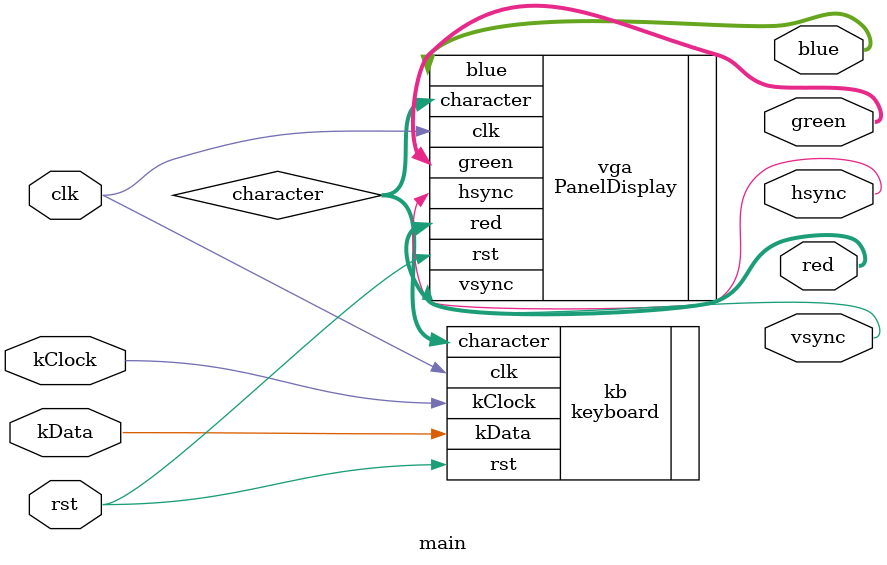
<source format=sv>
module main (
	input logic clk,
	input logic rst,
	input logic kClock,
	input logic kData,
	output logic hsync,
	output logic vsync,
	output logic [3:0] red,
	output logic [3:0] green,
	output logic [3:0] blue
);

// keyboard driver
logic [7:0] character;
keyboard kb (.clk(clk), 
		    .rst(rst), 
		    .kData(kData), 
		    .kClock(kClock),
		    .character(character)
	   	   );


// vga display driver
PanelDisplay vga (.clk(clk), 
				  .rst(rst), 
				  .character(character), 
				  .hsync(hsync),
				  .vsync(vsync),
				  .red(red),
				  .green(green),
				  .blue(blue)
				 );


endmodule
</source>
